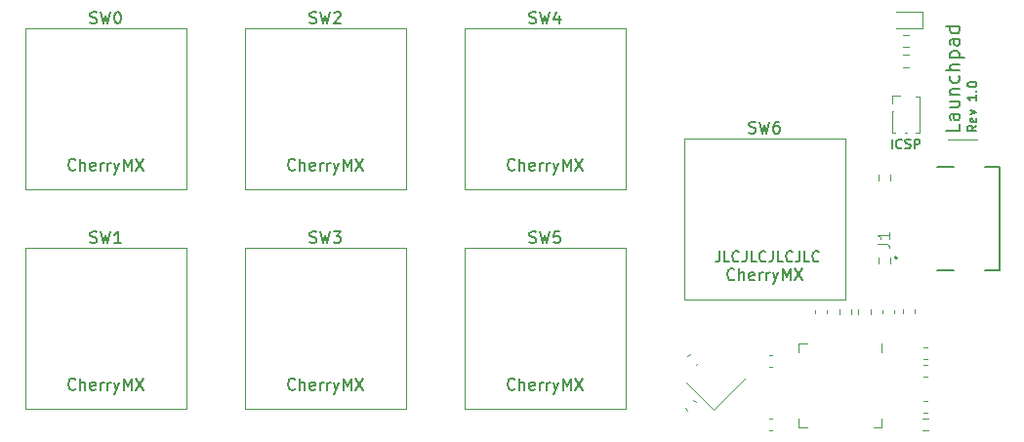
<source format=gbr>
%TF.GenerationSoftware,KiCad,Pcbnew,5.1.7-a382d34a8~88~ubuntu20.04.1*%
%TF.CreationDate,2021-03-21T15:49:45+01:00*%
%TF.ProjectId,marco-keyboard,6d617263-6f2d-46b6-9579-626f6172642e,rev?*%
%TF.SameCoordinates,Original*%
%TF.FileFunction,Legend,Top*%
%TF.FilePolarity,Positive*%
%FSLAX46Y46*%
G04 Gerber Fmt 4.6, Leading zero omitted, Abs format (unit mm)*
G04 Created by KiCad (PCBNEW 5.1.7-a382d34a8~88~ubuntu20.04.1) date 2021-03-21 15:49:45*
%MOMM*%
%LPD*%
G01*
G04 APERTURE LIST*
%ADD10C,0.150000*%
%ADD11C,0.120000*%
%ADD12C,0.127000*%
%ADD13C,0.200000*%
%ADD14C,0.015000*%
G04 APERTURE END LIST*
D10*
X168824477Y-73931682D02*
X168824477Y-74574540D01*
X168781620Y-74703111D01*
X168695905Y-74788825D01*
X168567334Y-74831682D01*
X168481620Y-74831682D01*
X169681620Y-74831682D02*
X169253048Y-74831682D01*
X169253048Y-73931682D01*
X170495905Y-74745968D02*
X170453048Y-74788825D01*
X170324477Y-74831682D01*
X170238762Y-74831682D01*
X170110191Y-74788825D01*
X170024477Y-74703111D01*
X169981620Y-74617397D01*
X169938762Y-74445968D01*
X169938762Y-74317397D01*
X169981620Y-74145968D01*
X170024477Y-74060254D01*
X170110191Y-73974540D01*
X170238762Y-73931682D01*
X170324477Y-73931682D01*
X170453048Y-73974540D01*
X170495905Y-74017397D01*
X171138762Y-73931682D02*
X171138762Y-74574540D01*
X171095905Y-74703111D01*
X171010191Y-74788825D01*
X170881620Y-74831682D01*
X170795905Y-74831682D01*
X171995905Y-74831682D02*
X171567334Y-74831682D01*
X171567334Y-73931682D01*
X172810191Y-74745968D02*
X172767334Y-74788825D01*
X172638762Y-74831682D01*
X172553048Y-74831682D01*
X172424477Y-74788825D01*
X172338762Y-74703111D01*
X172295905Y-74617397D01*
X172253048Y-74445968D01*
X172253048Y-74317397D01*
X172295905Y-74145968D01*
X172338762Y-74060254D01*
X172424477Y-73974540D01*
X172553048Y-73931682D01*
X172638762Y-73931682D01*
X172767334Y-73974540D01*
X172810191Y-74017397D01*
X173453048Y-73931682D02*
X173453048Y-74574540D01*
X173410191Y-74703111D01*
X173324477Y-74788825D01*
X173195905Y-74831682D01*
X173110191Y-74831682D01*
X174310191Y-74831682D02*
X173881620Y-74831682D01*
X173881620Y-73931682D01*
X175124477Y-74745968D02*
X175081620Y-74788825D01*
X174953048Y-74831682D01*
X174867334Y-74831682D01*
X174738762Y-74788825D01*
X174653048Y-74703111D01*
X174610191Y-74617397D01*
X174567334Y-74445968D01*
X174567334Y-74317397D01*
X174610191Y-74145968D01*
X174653048Y-74060254D01*
X174738762Y-73974540D01*
X174867334Y-73931682D01*
X174953048Y-73931682D01*
X175081620Y-73974540D01*
X175124477Y-74017397D01*
X175767334Y-73931682D02*
X175767334Y-74574540D01*
X175724477Y-74703111D01*
X175638762Y-74788825D01*
X175510191Y-74831682D01*
X175424477Y-74831682D01*
X176624477Y-74831682D02*
X176195905Y-74831682D01*
X176195905Y-73931682D01*
X177438762Y-74745968D02*
X177395905Y-74788825D01*
X177267334Y-74831682D01*
X177181620Y-74831682D01*
X177053048Y-74788825D01*
X176967334Y-74703111D01*
X176924477Y-74617397D01*
X176881620Y-74445968D01*
X176881620Y-74317397D01*
X176924477Y-74145968D01*
X176967334Y-74060254D01*
X177053048Y-73974540D01*
X177181620Y-73931682D01*
X177267334Y-73931682D01*
X177395905Y-73974540D01*
X177438762Y-74017397D01*
D11*
X191124840Y-64248160D02*
X188584840Y-64248160D01*
D10*
X191113684Y-63028692D02*
X190732732Y-63295359D01*
X191113684Y-63485835D02*
X190313684Y-63485835D01*
X190313684Y-63181073D01*
X190351780Y-63104883D01*
X190389875Y-63066788D01*
X190466065Y-63028692D01*
X190580351Y-63028692D01*
X190656541Y-63066788D01*
X190694637Y-63104883D01*
X190732732Y-63181073D01*
X190732732Y-63485835D01*
X191075589Y-62381073D02*
X191113684Y-62457264D01*
X191113684Y-62609645D01*
X191075589Y-62685835D01*
X190999399Y-62723930D01*
X190694637Y-62723930D01*
X190618446Y-62685835D01*
X190580351Y-62609645D01*
X190580351Y-62457264D01*
X190618446Y-62381073D01*
X190694637Y-62342978D01*
X190770827Y-62342978D01*
X190847018Y-62723930D01*
X190580351Y-62076311D02*
X191113684Y-61885835D01*
X190580351Y-61695359D01*
X191113684Y-60362026D02*
X191113684Y-60819169D01*
X191113684Y-60590597D02*
X190313684Y-60590597D01*
X190427970Y-60666788D01*
X190504160Y-60742978D01*
X190542256Y-60819169D01*
X191037494Y-60019169D02*
X191075589Y-59981073D01*
X191113684Y-60019169D01*
X191075589Y-60057264D01*
X191037494Y-60019169D01*
X191113684Y-60019169D01*
X190313684Y-59485835D02*
X190313684Y-59409645D01*
X190351780Y-59333454D01*
X190389875Y-59295359D01*
X190466065Y-59257264D01*
X190618446Y-59219169D01*
X190808922Y-59219169D01*
X190961303Y-59257264D01*
X191037494Y-59295359D01*
X191075589Y-59333454D01*
X191113684Y-59409645D01*
X191113684Y-59485835D01*
X191075589Y-59562026D01*
X191037494Y-59600121D01*
X190961303Y-59638216D01*
X190808922Y-59676311D01*
X190618446Y-59676311D01*
X190466065Y-59638216D01*
X190389875Y-59600121D01*
X190351780Y-59562026D01*
X190313684Y-59485835D01*
X189626477Y-62919169D02*
X189626477Y-63490597D01*
X188426477Y-63490597D01*
X189626477Y-62004883D02*
X188997905Y-62004883D01*
X188883620Y-62062026D01*
X188826477Y-62176312D01*
X188826477Y-62404883D01*
X188883620Y-62519169D01*
X189569334Y-62004883D02*
X189626477Y-62119169D01*
X189626477Y-62404883D01*
X189569334Y-62519169D01*
X189455048Y-62576312D01*
X189340762Y-62576312D01*
X189226477Y-62519169D01*
X189169334Y-62404883D01*
X189169334Y-62119169D01*
X189112191Y-62004883D01*
X188826477Y-60919169D02*
X189626477Y-60919169D01*
X188826477Y-61433454D02*
X189455048Y-61433454D01*
X189569334Y-61376312D01*
X189626477Y-61262026D01*
X189626477Y-61090597D01*
X189569334Y-60976312D01*
X189512191Y-60919169D01*
X188826477Y-60347740D02*
X189626477Y-60347740D01*
X188940762Y-60347740D02*
X188883620Y-60290597D01*
X188826477Y-60176312D01*
X188826477Y-60004883D01*
X188883620Y-59890597D01*
X188997905Y-59833454D01*
X189626477Y-59833454D01*
X189569334Y-58747740D02*
X189626477Y-58862026D01*
X189626477Y-59090597D01*
X189569334Y-59204883D01*
X189512191Y-59262026D01*
X189397905Y-59319169D01*
X189055048Y-59319169D01*
X188940762Y-59262026D01*
X188883620Y-59204883D01*
X188826477Y-59090597D01*
X188826477Y-58862026D01*
X188883620Y-58747740D01*
X189626477Y-58233454D02*
X188426477Y-58233454D01*
X189626477Y-57719169D02*
X188997905Y-57719169D01*
X188883620Y-57776312D01*
X188826477Y-57890597D01*
X188826477Y-58062026D01*
X188883620Y-58176312D01*
X188940762Y-58233454D01*
X188826477Y-57147740D02*
X190026477Y-57147740D01*
X188883620Y-57147740D02*
X188826477Y-57033454D01*
X188826477Y-56804883D01*
X188883620Y-56690597D01*
X188940762Y-56633454D01*
X189055048Y-56576312D01*
X189397905Y-56576312D01*
X189512191Y-56633454D01*
X189569334Y-56690597D01*
X189626477Y-56804883D01*
X189626477Y-57033454D01*
X189569334Y-57147740D01*
X189626477Y-55547740D02*
X188997905Y-55547740D01*
X188883620Y-55604883D01*
X188826477Y-55719169D01*
X188826477Y-55947740D01*
X188883620Y-56062026D01*
X189569334Y-55547740D02*
X189626477Y-55662026D01*
X189626477Y-55947740D01*
X189569334Y-56062026D01*
X189455048Y-56119169D01*
X189340762Y-56119169D01*
X189226477Y-56062026D01*
X189169334Y-55947740D01*
X189169334Y-55662026D01*
X189112191Y-55547740D01*
X189626477Y-54462026D02*
X188426477Y-54462026D01*
X189569334Y-54462026D02*
X189626477Y-54576312D01*
X189626477Y-54804883D01*
X189569334Y-54919169D01*
X189512191Y-54976312D01*
X189397905Y-55033454D01*
X189055048Y-55033454D01*
X188940762Y-54976312D01*
X188883620Y-54919169D01*
X188826477Y-54804883D01*
X188826477Y-54576312D01*
X188883620Y-54462026D01*
X183786927Y-65012524D02*
X183786927Y-64212524D01*
X184625022Y-64936334D02*
X184586927Y-64974429D01*
X184472641Y-65012524D01*
X184396451Y-65012524D01*
X184282165Y-64974429D01*
X184205975Y-64898239D01*
X184167880Y-64822048D01*
X184129784Y-64669667D01*
X184129784Y-64555381D01*
X184167880Y-64403000D01*
X184205975Y-64326810D01*
X184282165Y-64250620D01*
X184396451Y-64212524D01*
X184472641Y-64212524D01*
X184586927Y-64250620D01*
X184625022Y-64288715D01*
X184929784Y-64974429D02*
X185044070Y-65012524D01*
X185234546Y-65012524D01*
X185310737Y-64974429D01*
X185348832Y-64936334D01*
X185386927Y-64860143D01*
X185386927Y-64783953D01*
X185348832Y-64707762D01*
X185310737Y-64669667D01*
X185234546Y-64631572D01*
X185082165Y-64593477D01*
X185005975Y-64555381D01*
X184967880Y-64517286D01*
X184929784Y-64441096D01*
X184929784Y-64364905D01*
X184967880Y-64288715D01*
X185005975Y-64250620D01*
X185082165Y-64212524D01*
X185272641Y-64212524D01*
X185386927Y-64250620D01*
X185729784Y-65012524D02*
X185729784Y-64212524D01*
X186034546Y-64212524D01*
X186110737Y-64250620D01*
X186148832Y-64288715D01*
X186186927Y-64364905D01*
X186186927Y-64479191D01*
X186148832Y-64555381D01*
X186110737Y-64593477D01*
X186034546Y-64631572D01*
X185729784Y-64631572D01*
D11*
%TO.C,SW6*%
X165735000Y-64135000D02*
X179705000Y-64135000D01*
X179705000Y-64135000D02*
X179705000Y-78105000D01*
X179705000Y-78105000D02*
X165735000Y-78105000D01*
X165735000Y-78105000D02*
X165735000Y-64135000D01*
D12*
%TO.C,J1*%
X187690000Y-75590000D02*
X189130000Y-75590000D01*
X187690000Y-66650000D02*
X189130000Y-66650000D01*
X191870000Y-66650000D02*
X193100000Y-66650000D01*
X193100000Y-66650000D02*
X193100000Y-75590000D01*
X193100000Y-75590000D02*
X191870000Y-75590000D01*
D13*
X184200000Y-74520000D02*
G75*
G03*
X184200000Y-74520000I-100000J0D01*
G01*
D11*
%TO.C,D2*%
X184167880Y-54633780D02*
X186452880Y-54633780D01*
X186452880Y-54633780D02*
X186452880Y-53163780D01*
X186452880Y-53163780D02*
X184167880Y-53163780D01*
%TO.C,C1*%
X186518940Y-84862640D02*
X186800100Y-84862640D01*
X186518940Y-83842640D02*
X186800100Y-83842640D01*
%TO.C,C2*%
X178104260Y-79337480D02*
X178104260Y-79056320D01*
X177084260Y-79337480D02*
X177084260Y-79056320D01*
%TO.C,C3*%
X173391800Y-83979480D02*
X173110640Y-83979480D01*
X173391800Y-82959480D02*
X173110640Y-82959480D01*
%TO.C,C4*%
X186518940Y-86905880D02*
X186800100Y-86905880D01*
X186518940Y-87925880D02*
X186800100Y-87925880D01*
%TO.C,C5*%
X173403840Y-89519220D02*
X173122680Y-89519220D01*
X173403840Y-88499220D02*
X173122680Y-88499220D01*
%TO.C,C6*%
X186518940Y-83285300D02*
X186800100Y-83285300D01*
X186518940Y-82265300D02*
X186800100Y-82265300D01*
%TO.C,C7*%
X183956420Y-79319700D02*
X183956420Y-79038540D01*
X182936420Y-79319700D02*
X182936420Y-79038540D01*
%TO.C,C8*%
X165818530Y-87553399D02*
X166017341Y-87752210D01*
X166539779Y-86832150D02*
X166738590Y-87030961D01*
%TO.C,C9*%
X166050302Y-83083169D02*
X166249113Y-82884358D01*
X166771551Y-83804418D02*
X166970362Y-83605607D01*
%TO.C,F1*%
X185772520Y-79341899D02*
X185772520Y-79016341D01*
X184752520Y-79341899D02*
X184752520Y-79016341D01*
%TO.C,J2*%
X183757880Y-63669480D02*
X184073387Y-63669480D01*
X185862373Y-63669480D02*
X186177880Y-63669480D01*
X184862373Y-63669480D02*
X185073387Y-63669480D01*
X183757880Y-61794480D02*
X183757880Y-63669480D01*
X186177880Y-60549480D02*
X186177880Y-63669480D01*
X183757880Y-61794480D02*
X183859604Y-61794480D01*
X185862373Y-60549480D02*
X186177880Y-60549480D01*
X183757880Y-61109480D02*
X183757880Y-60424480D01*
X183757880Y-60424480D02*
X184467880Y-60424480D01*
%TO.C,R1*%
X185205138Y-56922140D02*
X184730622Y-56922140D01*
X185205138Y-57967140D02*
X184730622Y-57967140D01*
%TO.C,R2*%
X180224640Y-79424298D02*
X180224640Y-78949782D01*
X179179640Y-79424298D02*
X179179640Y-78949782D01*
%TO.C,R3*%
X180862813Y-79424298D02*
X180862813Y-78949782D01*
X181907813Y-79424298D02*
X181907813Y-78949782D01*
%TO.C,R4*%
X186422262Y-89505560D02*
X186896778Y-89505560D01*
X186422262Y-88460560D02*
X186896778Y-88460560D01*
%TO.C,R5*%
X185205138Y-55169210D02*
X184730622Y-55169210D01*
X185205138Y-56214210D02*
X184730622Y-56214210D01*
%TO.C,R6*%
X183664120Y-74520022D02*
X183664120Y-74994538D01*
X182619120Y-74520022D02*
X182619120Y-74994538D01*
%TO.C,R7*%
X182619120Y-67286102D02*
X182619120Y-67760618D01*
X183664120Y-67286102D02*
X183664120Y-67760618D01*
%TO.C,SW0*%
X108585000Y-68580000D02*
X108585000Y-54610000D01*
X122555000Y-68580000D02*
X108585000Y-68580000D01*
X122555000Y-54610000D02*
X122555000Y-68580000D01*
X108585000Y-54610000D02*
X122555000Y-54610000D01*
%TO.C,SW1*%
X108585000Y-73660000D02*
X122555000Y-73660000D01*
X122555000Y-73660000D02*
X122555000Y-87630000D01*
X122555000Y-87630000D02*
X108585000Y-87630000D01*
X108585000Y-87630000D02*
X108585000Y-73660000D01*
%TO.C,SW2*%
X127635000Y-54610000D02*
X141605000Y-54610000D01*
X141605000Y-54610000D02*
X141605000Y-68580000D01*
X141605000Y-68580000D02*
X127635000Y-68580000D01*
X127635000Y-68580000D02*
X127635000Y-54610000D01*
%TO.C,SW3*%
X127635000Y-87630000D02*
X127635000Y-73660000D01*
X141605000Y-87630000D02*
X127635000Y-87630000D01*
X141605000Y-73660000D02*
X141605000Y-87630000D01*
X127635000Y-73660000D02*
X141605000Y-73660000D01*
%TO.C,SW4*%
X146685000Y-68580000D02*
X146685000Y-54610000D01*
X160655000Y-68580000D02*
X146685000Y-68580000D01*
X160655000Y-54610000D02*
X160655000Y-68580000D01*
X146685000Y-54610000D02*
X160655000Y-54610000D01*
%TO.C,SW5*%
X146685000Y-73660000D02*
X160655000Y-73660000D01*
X160655000Y-73660000D02*
X160655000Y-87630000D01*
X160655000Y-87630000D02*
X146685000Y-87630000D01*
X146685000Y-87630000D02*
X146685000Y-73660000D01*
%TO.C,U1*%
X182898440Y-82692680D02*
X182898440Y-81967680D01*
X175678440Y-89187680D02*
X176403440Y-89187680D01*
X175678440Y-88462680D02*
X175678440Y-89187680D01*
X175678440Y-81967680D02*
X176403440Y-81967680D01*
X175678440Y-82692680D02*
X175678440Y-81967680D01*
X182898440Y-89187680D02*
X182173440Y-89187680D01*
X182898440Y-88462680D02*
X182898440Y-89187680D01*
%TO.C,Y1*%
X168286593Y-87693800D02*
X171115020Y-84865373D01*
X165953140Y-85360347D02*
X168286593Y-87693800D01*
%TO.C,SW6*%
D10*
X171386666Y-63650761D02*
X171529523Y-63698380D01*
X171767619Y-63698380D01*
X171862857Y-63650761D01*
X171910476Y-63603142D01*
X171958095Y-63507904D01*
X171958095Y-63412666D01*
X171910476Y-63317428D01*
X171862857Y-63269809D01*
X171767619Y-63222190D01*
X171577142Y-63174571D01*
X171481904Y-63126952D01*
X171434285Y-63079333D01*
X171386666Y-62984095D01*
X171386666Y-62888857D01*
X171434285Y-62793619D01*
X171481904Y-62746000D01*
X171577142Y-62698380D01*
X171815238Y-62698380D01*
X171958095Y-62746000D01*
X172291428Y-62698380D02*
X172529523Y-63698380D01*
X172720000Y-62984095D01*
X172910476Y-63698380D01*
X173148571Y-62698380D01*
X173958095Y-62698380D02*
X173767619Y-62698380D01*
X173672380Y-62746000D01*
X173624761Y-62793619D01*
X173529523Y-62936476D01*
X173481904Y-63126952D01*
X173481904Y-63507904D01*
X173529523Y-63603142D01*
X173577142Y-63650761D01*
X173672380Y-63698380D01*
X173862857Y-63698380D01*
X173958095Y-63650761D01*
X174005714Y-63603142D01*
X174053333Y-63507904D01*
X174053333Y-63269809D01*
X174005714Y-63174571D01*
X173958095Y-63126952D01*
X173862857Y-63079333D01*
X173672380Y-63079333D01*
X173577142Y-63126952D01*
X173529523Y-63174571D01*
X173481904Y-63269809D01*
X170100952Y-76351142D02*
X170053333Y-76398761D01*
X169910476Y-76446380D01*
X169815238Y-76446380D01*
X169672380Y-76398761D01*
X169577142Y-76303523D01*
X169529523Y-76208285D01*
X169481904Y-76017809D01*
X169481904Y-75874952D01*
X169529523Y-75684476D01*
X169577142Y-75589238D01*
X169672380Y-75494000D01*
X169815238Y-75446380D01*
X169910476Y-75446380D01*
X170053333Y-75494000D01*
X170100952Y-75541619D01*
X170529523Y-76446380D02*
X170529523Y-75446380D01*
X170958095Y-76446380D02*
X170958095Y-75922571D01*
X170910476Y-75827333D01*
X170815238Y-75779714D01*
X170672380Y-75779714D01*
X170577142Y-75827333D01*
X170529523Y-75874952D01*
X171815238Y-76398761D02*
X171720000Y-76446380D01*
X171529523Y-76446380D01*
X171434285Y-76398761D01*
X171386666Y-76303523D01*
X171386666Y-75922571D01*
X171434285Y-75827333D01*
X171529523Y-75779714D01*
X171720000Y-75779714D01*
X171815238Y-75827333D01*
X171862857Y-75922571D01*
X171862857Y-76017809D01*
X171386666Y-76113047D01*
X172291428Y-76446380D02*
X172291428Y-75779714D01*
X172291428Y-75970190D02*
X172339047Y-75874952D01*
X172386666Y-75827333D01*
X172481904Y-75779714D01*
X172577142Y-75779714D01*
X172910476Y-76446380D02*
X172910476Y-75779714D01*
X172910476Y-75970190D02*
X172958095Y-75874952D01*
X173005714Y-75827333D01*
X173100952Y-75779714D01*
X173196190Y-75779714D01*
X173434285Y-75779714D02*
X173672380Y-76446380D01*
X173910476Y-75779714D02*
X173672380Y-76446380D01*
X173577142Y-76684476D01*
X173529523Y-76732095D01*
X173434285Y-76779714D01*
X174291428Y-76446380D02*
X174291428Y-75446380D01*
X174624761Y-76160666D01*
X174958095Y-75446380D01*
X174958095Y-76446380D01*
X175339047Y-75446380D02*
X176005714Y-76446380D01*
X176005714Y-75446380D02*
X175339047Y-76446380D01*
%TO.C,J1*%
D14*
X182517380Y-73278333D02*
X183231666Y-73278333D01*
X183374523Y-73325952D01*
X183469761Y-73421190D01*
X183517380Y-73564047D01*
X183517380Y-73659285D01*
X183517380Y-72278333D02*
X183517380Y-72849761D01*
X183517380Y-72564047D02*
X182517380Y-72564047D01*
X182660238Y-72659285D01*
X182755476Y-72754523D01*
X182803095Y-72849761D01*
%TO.C,SW0*%
D10*
X114236666Y-54125761D02*
X114379523Y-54173380D01*
X114617619Y-54173380D01*
X114712857Y-54125761D01*
X114760476Y-54078142D01*
X114808095Y-53982904D01*
X114808095Y-53887666D01*
X114760476Y-53792428D01*
X114712857Y-53744809D01*
X114617619Y-53697190D01*
X114427142Y-53649571D01*
X114331904Y-53601952D01*
X114284285Y-53554333D01*
X114236666Y-53459095D01*
X114236666Y-53363857D01*
X114284285Y-53268619D01*
X114331904Y-53221000D01*
X114427142Y-53173380D01*
X114665238Y-53173380D01*
X114808095Y-53221000D01*
X115141428Y-53173380D02*
X115379523Y-54173380D01*
X115570000Y-53459095D01*
X115760476Y-54173380D01*
X115998571Y-53173380D01*
X116570000Y-53173380D02*
X116665238Y-53173380D01*
X116760476Y-53221000D01*
X116808095Y-53268619D01*
X116855714Y-53363857D01*
X116903333Y-53554333D01*
X116903333Y-53792428D01*
X116855714Y-53982904D01*
X116808095Y-54078142D01*
X116760476Y-54125761D01*
X116665238Y-54173380D01*
X116570000Y-54173380D01*
X116474761Y-54125761D01*
X116427142Y-54078142D01*
X116379523Y-53982904D01*
X116331904Y-53792428D01*
X116331904Y-53554333D01*
X116379523Y-53363857D01*
X116427142Y-53268619D01*
X116474761Y-53221000D01*
X116570000Y-53173380D01*
X112950952Y-66826142D02*
X112903333Y-66873761D01*
X112760476Y-66921380D01*
X112665238Y-66921380D01*
X112522380Y-66873761D01*
X112427142Y-66778523D01*
X112379523Y-66683285D01*
X112331904Y-66492809D01*
X112331904Y-66349952D01*
X112379523Y-66159476D01*
X112427142Y-66064238D01*
X112522380Y-65969000D01*
X112665238Y-65921380D01*
X112760476Y-65921380D01*
X112903333Y-65969000D01*
X112950952Y-66016619D01*
X113379523Y-66921380D02*
X113379523Y-65921380D01*
X113808095Y-66921380D02*
X113808095Y-66397571D01*
X113760476Y-66302333D01*
X113665238Y-66254714D01*
X113522380Y-66254714D01*
X113427142Y-66302333D01*
X113379523Y-66349952D01*
X114665238Y-66873761D02*
X114570000Y-66921380D01*
X114379523Y-66921380D01*
X114284285Y-66873761D01*
X114236666Y-66778523D01*
X114236666Y-66397571D01*
X114284285Y-66302333D01*
X114379523Y-66254714D01*
X114570000Y-66254714D01*
X114665238Y-66302333D01*
X114712857Y-66397571D01*
X114712857Y-66492809D01*
X114236666Y-66588047D01*
X115141428Y-66921380D02*
X115141428Y-66254714D01*
X115141428Y-66445190D02*
X115189047Y-66349952D01*
X115236666Y-66302333D01*
X115331904Y-66254714D01*
X115427142Y-66254714D01*
X115760476Y-66921380D02*
X115760476Y-66254714D01*
X115760476Y-66445190D02*
X115808095Y-66349952D01*
X115855714Y-66302333D01*
X115950952Y-66254714D01*
X116046190Y-66254714D01*
X116284285Y-66254714D02*
X116522380Y-66921380D01*
X116760476Y-66254714D02*
X116522380Y-66921380D01*
X116427142Y-67159476D01*
X116379523Y-67207095D01*
X116284285Y-67254714D01*
X117141428Y-66921380D02*
X117141428Y-65921380D01*
X117474761Y-66635666D01*
X117808095Y-65921380D01*
X117808095Y-66921380D01*
X118189047Y-65921380D02*
X118855714Y-66921380D01*
X118855714Y-65921380D02*
X118189047Y-66921380D01*
%TO.C,SW1*%
X114236666Y-73175761D02*
X114379523Y-73223380D01*
X114617619Y-73223380D01*
X114712857Y-73175761D01*
X114760476Y-73128142D01*
X114808095Y-73032904D01*
X114808095Y-72937666D01*
X114760476Y-72842428D01*
X114712857Y-72794809D01*
X114617619Y-72747190D01*
X114427142Y-72699571D01*
X114331904Y-72651952D01*
X114284285Y-72604333D01*
X114236666Y-72509095D01*
X114236666Y-72413857D01*
X114284285Y-72318619D01*
X114331904Y-72271000D01*
X114427142Y-72223380D01*
X114665238Y-72223380D01*
X114808095Y-72271000D01*
X115141428Y-72223380D02*
X115379523Y-73223380D01*
X115570000Y-72509095D01*
X115760476Y-73223380D01*
X115998571Y-72223380D01*
X116903333Y-73223380D02*
X116331904Y-73223380D01*
X116617619Y-73223380D02*
X116617619Y-72223380D01*
X116522380Y-72366238D01*
X116427142Y-72461476D01*
X116331904Y-72509095D01*
X112950952Y-85876142D02*
X112903333Y-85923761D01*
X112760476Y-85971380D01*
X112665238Y-85971380D01*
X112522380Y-85923761D01*
X112427142Y-85828523D01*
X112379523Y-85733285D01*
X112331904Y-85542809D01*
X112331904Y-85399952D01*
X112379523Y-85209476D01*
X112427142Y-85114238D01*
X112522380Y-85019000D01*
X112665238Y-84971380D01*
X112760476Y-84971380D01*
X112903333Y-85019000D01*
X112950952Y-85066619D01*
X113379523Y-85971380D02*
X113379523Y-84971380D01*
X113808095Y-85971380D02*
X113808095Y-85447571D01*
X113760476Y-85352333D01*
X113665238Y-85304714D01*
X113522380Y-85304714D01*
X113427142Y-85352333D01*
X113379523Y-85399952D01*
X114665238Y-85923761D02*
X114570000Y-85971380D01*
X114379523Y-85971380D01*
X114284285Y-85923761D01*
X114236666Y-85828523D01*
X114236666Y-85447571D01*
X114284285Y-85352333D01*
X114379523Y-85304714D01*
X114570000Y-85304714D01*
X114665238Y-85352333D01*
X114712857Y-85447571D01*
X114712857Y-85542809D01*
X114236666Y-85638047D01*
X115141428Y-85971380D02*
X115141428Y-85304714D01*
X115141428Y-85495190D02*
X115189047Y-85399952D01*
X115236666Y-85352333D01*
X115331904Y-85304714D01*
X115427142Y-85304714D01*
X115760476Y-85971380D02*
X115760476Y-85304714D01*
X115760476Y-85495190D02*
X115808095Y-85399952D01*
X115855714Y-85352333D01*
X115950952Y-85304714D01*
X116046190Y-85304714D01*
X116284285Y-85304714D02*
X116522380Y-85971380D01*
X116760476Y-85304714D02*
X116522380Y-85971380D01*
X116427142Y-86209476D01*
X116379523Y-86257095D01*
X116284285Y-86304714D01*
X117141428Y-85971380D02*
X117141428Y-84971380D01*
X117474761Y-85685666D01*
X117808095Y-84971380D01*
X117808095Y-85971380D01*
X118189047Y-84971380D02*
X118855714Y-85971380D01*
X118855714Y-84971380D02*
X118189047Y-85971380D01*
%TO.C,SW2*%
X133286666Y-54125761D02*
X133429523Y-54173380D01*
X133667619Y-54173380D01*
X133762857Y-54125761D01*
X133810476Y-54078142D01*
X133858095Y-53982904D01*
X133858095Y-53887666D01*
X133810476Y-53792428D01*
X133762857Y-53744809D01*
X133667619Y-53697190D01*
X133477142Y-53649571D01*
X133381904Y-53601952D01*
X133334285Y-53554333D01*
X133286666Y-53459095D01*
X133286666Y-53363857D01*
X133334285Y-53268619D01*
X133381904Y-53221000D01*
X133477142Y-53173380D01*
X133715238Y-53173380D01*
X133858095Y-53221000D01*
X134191428Y-53173380D02*
X134429523Y-54173380D01*
X134620000Y-53459095D01*
X134810476Y-54173380D01*
X135048571Y-53173380D01*
X135381904Y-53268619D02*
X135429523Y-53221000D01*
X135524761Y-53173380D01*
X135762857Y-53173380D01*
X135858095Y-53221000D01*
X135905714Y-53268619D01*
X135953333Y-53363857D01*
X135953333Y-53459095D01*
X135905714Y-53601952D01*
X135334285Y-54173380D01*
X135953333Y-54173380D01*
X132000952Y-66826142D02*
X131953333Y-66873761D01*
X131810476Y-66921380D01*
X131715238Y-66921380D01*
X131572380Y-66873761D01*
X131477142Y-66778523D01*
X131429523Y-66683285D01*
X131381904Y-66492809D01*
X131381904Y-66349952D01*
X131429523Y-66159476D01*
X131477142Y-66064238D01*
X131572380Y-65969000D01*
X131715238Y-65921380D01*
X131810476Y-65921380D01*
X131953333Y-65969000D01*
X132000952Y-66016619D01*
X132429523Y-66921380D02*
X132429523Y-65921380D01*
X132858095Y-66921380D02*
X132858095Y-66397571D01*
X132810476Y-66302333D01*
X132715238Y-66254714D01*
X132572380Y-66254714D01*
X132477142Y-66302333D01*
X132429523Y-66349952D01*
X133715238Y-66873761D02*
X133620000Y-66921380D01*
X133429523Y-66921380D01*
X133334285Y-66873761D01*
X133286666Y-66778523D01*
X133286666Y-66397571D01*
X133334285Y-66302333D01*
X133429523Y-66254714D01*
X133620000Y-66254714D01*
X133715238Y-66302333D01*
X133762857Y-66397571D01*
X133762857Y-66492809D01*
X133286666Y-66588047D01*
X134191428Y-66921380D02*
X134191428Y-66254714D01*
X134191428Y-66445190D02*
X134239047Y-66349952D01*
X134286666Y-66302333D01*
X134381904Y-66254714D01*
X134477142Y-66254714D01*
X134810476Y-66921380D02*
X134810476Y-66254714D01*
X134810476Y-66445190D02*
X134858095Y-66349952D01*
X134905714Y-66302333D01*
X135000952Y-66254714D01*
X135096190Y-66254714D01*
X135334285Y-66254714D02*
X135572380Y-66921380D01*
X135810476Y-66254714D02*
X135572380Y-66921380D01*
X135477142Y-67159476D01*
X135429523Y-67207095D01*
X135334285Y-67254714D01*
X136191428Y-66921380D02*
X136191428Y-65921380D01*
X136524761Y-66635666D01*
X136858095Y-65921380D01*
X136858095Y-66921380D01*
X137239047Y-65921380D02*
X137905714Y-66921380D01*
X137905714Y-65921380D02*
X137239047Y-66921380D01*
%TO.C,SW3*%
X133286666Y-73175761D02*
X133429523Y-73223380D01*
X133667619Y-73223380D01*
X133762857Y-73175761D01*
X133810476Y-73128142D01*
X133858095Y-73032904D01*
X133858095Y-72937666D01*
X133810476Y-72842428D01*
X133762857Y-72794809D01*
X133667619Y-72747190D01*
X133477142Y-72699571D01*
X133381904Y-72651952D01*
X133334285Y-72604333D01*
X133286666Y-72509095D01*
X133286666Y-72413857D01*
X133334285Y-72318619D01*
X133381904Y-72271000D01*
X133477142Y-72223380D01*
X133715238Y-72223380D01*
X133858095Y-72271000D01*
X134191428Y-72223380D02*
X134429523Y-73223380D01*
X134620000Y-72509095D01*
X134810476Y-73223380D01*
X135048571Y-72223380D01*
X135334285Y-72223380D02*
X135953333Y-72223380D01*
X135620000Y-72604333D01*
X135762857Y-72604333D01*
X135858095Y-72651952D01*
X135905714Y-72699571D01*
X135953333Y-72794809D01*
X135953333Y-73032904D01*
X135905714Y-73128142D01*
X135858095Y-73175761D01*
X135762857Y-73223380D01*
X135477142Y-73223380D01*
X135381904Y-73175761D01*
X135334285Y-73128142D01*
X132000952Y-85876142D02*
X131953333Y-85923761D01*
X131810476Y-85971380D01*
X131715238Y-85971380D01*
X131572380Y-85923761D01*
X131477142Y-85828523D01*
X131429523Y-85733285D01*
X131381904Y-85542809D01*
X131381904Y-85399952D01*
X131429523Y-85209476D01*
X131477142Y-85114238D01*
X131572380Y-85019000D01*
X131715238Y-84971380D01*
X131810476Y-84971380D01*
X131953333Y-85019000D01*
X132000952Y-85066619D01*
X132429523Y-85971380D02*
X132429523Y-84971380D01*
X132858095Y-85971380D02*
X132858095Y-85447571D01*
X132810476Y-85352333D01*
X132715238Y-85304714D01*
X132572380Y-85304714D01*
X132477142Y-85352333D01*
X132429523Y-85399952D01*
X133715238Y-85923761D02*
X133620000Y-85971380D01*
X133429523Y-85971380D01*
X133334285Y-85923761D01*
X133286666Y-85828523D01*
X133286666Y-85447571D01*
X133334285Y-85352333D01*
X133429523Y-85304714D01*
X133620000Y-85304714D01*
X133715238Y-85352333D01*
X133762857Y-85447571D01*
X133762857Y-85542809D01*
X133286666Y-85638047D01*
X134191428Y-85971380D02*
X134191428Y-85304714D01*
X134191428Y-85495190D02*
X134239047Y-85399952D01*
X134286666Y-85352333D01*
X134381904Y-85304714D01*
X134477142Y-85304714D01*
X134810476Y-85971380D02*
X134810476Y-85304714D01*
X134810476Y-85495190D02*
X134858095Y-85399952D01*
X134905714Y-85352333D01*
X135000952Y-85304714D01*
X135096190Y-85304714D01*
X135334285Y-85304714D02*
X135572380Y-85971380D01*
X135810476Y-85304714D02*
X135572380Y-85971380D01*
X135477142Y-86209476D01*
X135429523Y-86257095D01*
X135334285Y-86304714D01*
X136191428Y-85971380D02*
X136191428Y-84971380D01*
X136524761Y-85685666D01*
X136858095Y-84971380D01*
X136858095Y-85971380D01*
X137239047Y-84971380D02*
X137905714Y-85971380D01*
X137905714Y-84971380D02*
X137239047Y-85971380D01*
%TO.C,SW4*%
X152336666Y-54125761D02*
X152479523Y-54173380D01*
X152717619Y-54173380D01*
X152812857Y-54125761D01*
X152860476Y-54078142D01*
X152908095Y-53982904D01*
X152908095Y-53887666D01*
X152860476Y-53792428D01*
X152812857Y-53744809D01*
X152717619Y-53697190D01*
X152527142Y-53649571D01*
X152431904Y-53601952D01*
X152384285Y-53554333D01*
X152336666Y-53459095D01*
X152336666Y-53363857D01*
X152384285Y-53268619D01*
X152431904Y-53221000D01*
X152527142Y-53173380D01*
X152765238Y-53173380D01*
X152908095Y-53221000D01*
X153241428Y-53173380D02*
X153479523Y-54173380D01*
X153670000Y-53459095D01*
X153860476Y-54173380D01*
X154098571Y-53173380D01*
X154908095Y-53506714D02*
X154908095Y-54173380D01*
X154670000Y-53125761D02*
X154431904Y-53840047D01*
X155050952Y-53840047D01*
X151050952Y-66826142D02*
X151003333Y-66873761D01*
X150860476Y-66921380D01*
X150765238Y-66921380D01*
X150622380Y-66873761D01*
X150527142Y-66778523D01*
X150479523Y-66683285D01*
X150431904Y-66492809D01*
X150431904Y-66349952D01*
X150479523Y-66159476D01*
X150527142Y-66064238D01*
X150622380Y-65969000D01*
X150765238Y-65921380D01*
X150860476Y-65921380D01*
X151003333Y-65969000D01*
X151050952Y-66016619D01*
X151479523Y-66921380D02*
X151479523Y-65921380D01*
X151908095Y-66921380D02*
X151908095Y-66397571D01*
X151860476Y-66302333D01*
X151765238Y-66254714D01*
X151622380Y-66254714D01*
X151527142Y-66302333D01*
X151479523Y-66349952D01*
X152765238Y-66873761D02*
X152670000Y-66921380D01*
X152479523Y-66921380D01*
X152384285Y-66873761D01*
X152336666Y-66778523D01*
X152336666Y-66397571D01*
X152384285Y-66302333D01*
X152479523Y-66254714D01*
X152670000Y-66254714D01*
X152765238Y-66302333D01*
X152812857Y-66397571D01*
X152812857Y-66492809D01*
X152336666Y-66588047D01*
X153241428Y-66921380D02*
X153241428Y-66254714D01*
X153241428Y-66445190D02*
X153289047Y-66349952D01*
X153336666Y-66302333D01*
X153431904Y-66254714D01*
X153527142Y-66254714D01*
X153860476Y-66921380D02*
X153860476Y-66254714D01*
X153860476Y-66445190D02*
X153908095Y-66349952D01*
X153955714Y-66302333D01*
X154050952Y-66254714D01*
X154146190Y-66254714D01*
X154384285Y-66254714D02*
X154622380Y-66921380D01*
X154860476Y-66254714D02*
X154622380Y-66921380D01*
X154527142Y-67159476D01*
X154479523Y-67207095D01*
X154384285Y-67254714D01*
X155241428Y-66921380D02*
X155241428Y-65921380D01*
X155574761Y-66635666D01*
X155908095Y-65921380D01*
X155908095Y-66921380D01*
X156289047Y-65921380D02*
X156955714Y-66921380D01*
X156955714Y-65921380D02*
X156289047Y-66921380D01*
%TO.C,SW5*%
X152336666Y-73175761D02*
X152479523Y-73223380D01*
X152717619Y-73223380D01*
X152812857Y-73175761D01*
X152860476Y-73128142D01*
X152908095Y-73032904D01*
X152908095Y-72937666D01*
X152860476Y-72842428D01*
X152812857Y-72794809D01*
X152717619Y-72747190D01*
X152527142Y-72699571D01*
X152431904Y-72651952D01*
X152384285Y-72604333D01*
X152336666Y-72509095D01*
X152336666Y-72413857D01*
X152384285Y-72318619D01*
X152431904Y-72271000D01*
X152527142Y-72223380D01*
X152765238Y-72223380D01*
X152908095Y-72271000D01*
X153241428Y-72223380D02*
X153479523Y-73223380D01*
X153670000Y-72509095D01*
X153860476Y-73223380D01*
X154098571Y-72223380D01*
X154955714Y-72223380D02*
X154479523Y-72223380D01*
X154431904Y-72699571D01*
X154479523Y-72651952D01*
X154574761Y-72604333D01*
X154812857Y-72604333D01*
X154908095Y-72651952D01*
X154955714Y-72699571D01*
X155003333Y-72794809D01*
X155003333Y-73032904D01*
X154955714Y-73128142D01*
X154908095Y-73175761D01*
X154812857Y-73223380D01*
X154574761Y-73223380D01*
X154479523Y-73175761D01*
X154431904Y-73128142D01*
X151050952Y-85876142D02*
X151003333Y-85923761D01*
X150860476Y-85971380D01*
X150765238Y-85971380D01*
X150622380Y-85923761D01*
X150527142Y-85828523D01*
X150479523Y-85733285D01*
X150431904Y-85542809D01*
X150431904Y-85399952D01*
X150479523Y-85209476D01*
X150527142Y-85114238D01*
X150622380Y-85019000D01*
X150765238Y-84971380D01*
X150860476Y-84971380D01*
X151003333Y-85019000D01*
X151050952Y-85066619D01*
X151479523Y-85971380D02*
X151479523Y-84971380D01*
X151908095Y-85971380D02*
X151908095Y-85447571D01*
X151860476Y-85352333D01*
X151765238Y-85304714D01*
X151622380Y-85304714D01*
X151527142Y-85352333D01*
X151479523Y-85399952D01*
X152765238Y-85923761D02*
X152670000Y-85971380D01*
X152479523Y-85971380D01*
X152384285Y-85923761D01*
X152336666Y-85828523D01*
X152336666Y-85447571D01*
X152384285Y-85352333D01*
X152479523Y-85304714D01*
X152670000Y-85304714D01*
X152765238Y-85352333D01*
X152812857Y-85447571D01*
X152812857Y-85542809D01*
X152336666Y-85638047D01*
X153241428Y-85971380D02*
X153241428Y-85304714D01*
X153241428Y-85495190D02*
X153289047Y-85399952D01*
X153336666Y-85352333D01*
X153431904Y-85304714D01*
X153527142Y-85304714D01*
X153860476Y-85971380D02*
X153860476Y-85304714D01*
X153860476Y-85495190D02*
X153908095Y-85399952D01*
X153955714Y-85352333D01*
X154050952Y-85304714D01*
X154146190Y-85304714D01*
X154384285Y-85304714D02*
X154622380Y-85971380D01*
X154860476Y-85304714D02*
X154622380Y-85971380D01*
X154527142Y-86209476D01*
X154479523Y-86257095D01*
X154384285Y-86304714D01*
X155241428Y-85971380D02*
X155241428Y-84971380D01*
X155574761Y-85685666D01*
X155908095Y-84971380D01*
X155908095Y-85971380D01*
X156289047Y-84971380D02*
X156955714Y-85971380D01*
X156955714Y-84971380D02*
X156289047Y-85971380D01*
%TD*%
M02*

</source>
